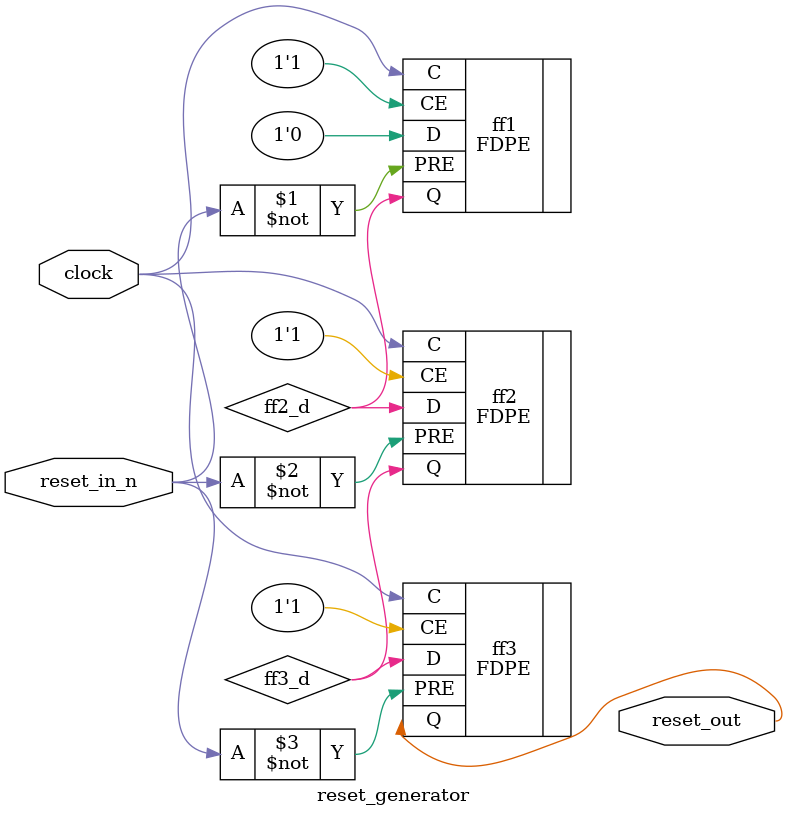
<source format=v>
module reset_generator(
	input clock,		// system clock
	input reset_in_n,	// active low reset input from push button
	output reset_out	// active high reset signal assert asynchronously but deassert synchronously to clock
	);

	wire ff2_d, ff3_d;

	FDPE ff1 (				// DFF primitive initializes to high on power up
		.Q(ff2_d),
		.C(clock),
		.CE(1'b1),
		.PRE(~reset_in_n),
		.D(1'b0)			// tie d to 0 to propagate 0 to reset_out after 3 clocks
	);
	
	FDPE ff2 (
		.Q(ff3_d),
		.C(clock),
		.CE(1'b1),
		.PRE(~reset_in_n),
		.D(ff2_d)
	);
	
	FDPE ff3 (
		.Q(reset_out),
		.C(clock),
		.CE(1'b1),
		.PRE(~reset_in_n),
		.D(ff3_d)
	);

endmodule

</source>
